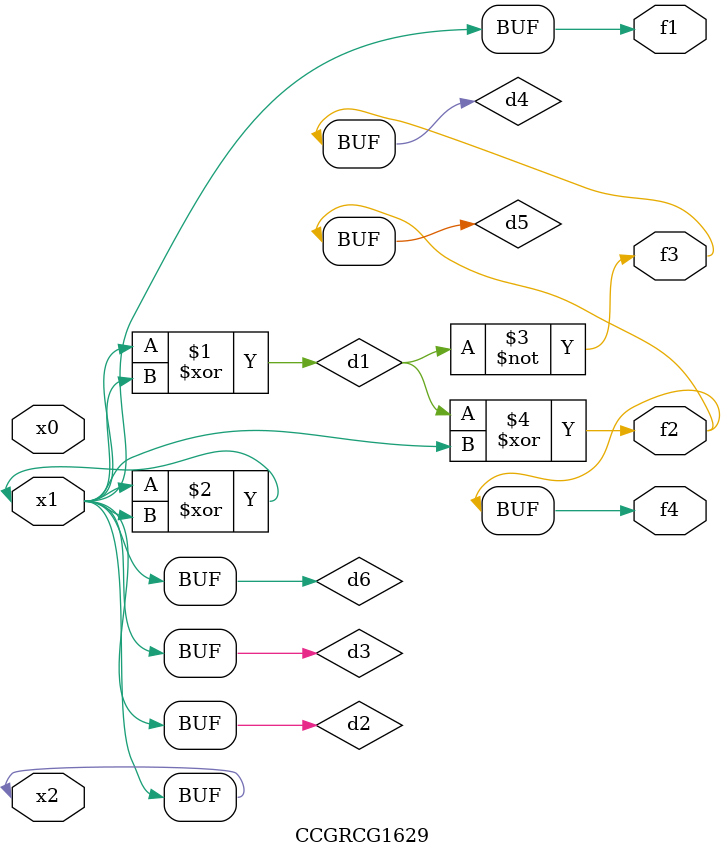
<source format=v>
module CCGRCG1629(
	input x0, x1, x2,
	output f1, f2, f3, f4
);

	wire d1, d2, d3, d4, d5, d6;

	xor (d1, x1, x2);
	buf (d2, x1, x2);
	xor (d3, x1, x2);
	nor (d4, d1);
	xor (d5, d1, d2);
	buf (d6, d2, d3);
	assign f1 = d6;
	assign f2 = d5;
	assign f3 = d4;
	assign f4 = d5;
endmodule

</source>
